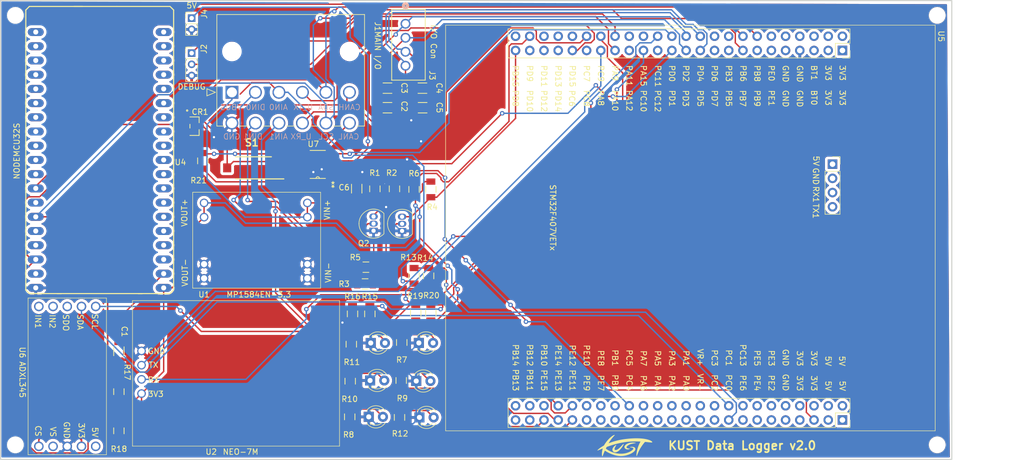
<source format=kicad_pcb>
(kicad_pcb (version 20240108) (generator "pcbnew") (generator_version "8.0")
  (layers (0 "F.Cu" signal) (31 "B.Cu" signal) (34 "B.Paste" user) (35 "F.Paste" user) (36 "B.SilkS" user "B.Silkscreen") (37 "F.SilkS" user "F.Silkscreen") (38 "B.Mask" user) (39 "F.Mask" user) (44 "Edge.Cuts" user))
  (net 0 "")
  (net 1 "GND")
  (net 2 "Net-(C1-Pad2)")
  (net 3 "/IO1")
  (net 4 "/IO2")
  (net 5 "/IO3")
  (net 6 "/IO4")
  (net 7 "Net-(D1-A)")
  (net 8 "Net-(D2-A)")
  (net 9 "Net-(D3-A)")
  (net 10 "Net-(D4-A)")
  (net 11 "Net-(D5-A)")
  (net 12 "Net-(D6-A)")
  (net 13 "VBUS")
  (net 14 "/DIN0")
  (net 15 "/AIN0")
  (net 16 "/LOG_UART_TX")
  (net 17 "/ESP_I2C_SDA")
  (net 18 "/CANH")
  (net 19 "/DIN1")
  (net 20 "/AIN1")
  (net 21 "/LOG_UART_RX")
  (net 22 "/ESP_I2C_SCL")
  (net 23 "/CANL")
  (net 24 "/DEBUG_UART_TX")
  (net 25 "/DEBUG_UART_RX")
  (net 26 "Net-(Q1-B)")
  (net 27 "/STM_DIN0")
  (net 28 "Net-(Q2-B)")
  (net 29 "/STM_DIN1")
  (net 30 "/VSENSE")
  (net 31 "/STM_AIN0")
  (net 32 "+3.3V")
  (net 33 "/LED_ERR")
  (net 34 "/LED_HEARTBEAT")
  (net 35 "/LED_SD")
  (net 36 "/LED_CAN")
  (net 37 "/LED_TELEMETRY")
  (net 38 "/STM_AIN1")
  (net 39 "/GPS_UART_TX")
  (net 40 "/GPS_UART_RX")
  (net 41 "/CTX")
  (net 42 "/CRX")
  (net 62 "/ESP_COMM")
  (net 93 "/ACC_I2C_SCL")
  (net 94 "/ACC_I2C_SDA")
  (net 100 "Net-(R21-Pad2)")
  (net 102 "/5V")
  (footprint "RC1206FR_0710KL:RC1206N_YAG" (layer "F.Cu") (at 110.6 99.6 90)
    (property "Reference" "R15")
    (property "Value" "470" (hide yes))
  )
  (footprint "LED_THT:LED_D3.0mm" (layer "F.Cu") (at 119.36 104.793)
    (property "Reference" "D1" (hide yes))
    (property "Value" "PWR" (hide yes))
  )
  (footprint "footprints:kust_logo" (layer "F.Cu") (at 156.14 124.0128)
    (property "Reference" "G***" (hide yes))
    (property "Value" "LOGO" (hide yes))
  )
  (footprint "SN65HVD1050DR:D8" (layer "F.Cu") (at 101.2862 72.885 180)
    (property "Reference" "U7")
    (property "Value" "SN65HVD1050DR" (hide yes))
  )
  (footprint "footprints:GPS_MODULE" (layer "F.Cu") (at 87.5 110)
    (property "Reference" "U2")
    (property "Value" "NEO-7M")
  )
  (footprint "Connector_PinHeader_2.00mm:PinHeader_1x03_P2.00mm_Vertical" (layer "F.Cu") (at 78.75 53)
    (property "Reference" "J2")
    (property "Value" "DEBUG")
  )
  (footprint "RC1206FR_0710KL:RC1206N_YAG" (layer "F.Cu") (at 80.75 72.25 -90)
    (property "Reference" "R21")
    (property "Value" "120k" (hide yes))
  )
  (footprint "RC1206FR_0710KL:RC1206N_YAG" (layer "F.Cu") (at 118.5 92.8 90)
    (property "Reference" "R13")
    (property "Value" "470" (hide yes))
  )
  (footprint "footprints:NODEMCU32S" (layer "F.Cu") (at 61.939 70.566 180)
    (property "Reference" "U4")
    (property "Value" "NODEMCU32S")
  )
  (footprint "RC1206FR_0710KL:RC1206N_YAG" (layer "F.Cu") (at 109.75 94.25 180)
    (property "Reference" "R3")
    (property "Value" "1k" (hide yes))
  )
  (footprint "LED_THT:LED_D3.0mm" (layer "F.Cu") (at 110.76 104.8)
    (property "Reference" "D5" (hide yes))
    (property "Value" "CAN" (hide yes))
  )
  (footprint "LED_THT:LED_D3.0mm" (layer "F.Cu") (at 110.637 111.5)
    (property "Reference" "D4" (hide yes))
    (property "Value" "SD" (hide yes))
  )
  (footprint "CL31B106KOHNNWE:CAP_CL31_SAM" (layer "F.Cu") (at 108.25 77.222199 -90)
    (property "Reference" "C6")
    (property "Value" "0.1uF" (hide yes))
  )
  (footprint "RC1206FR_0710KL:RC1206N_YAG" (layer "F.Cu") (at 118.5 77.353 90)
    (property "Reference" "R6")
    (property "Value" "1k" (hide yes))
  )
  (footprint "CL31B106KOHNNWE:CAP_CL31_SAM" (layer "F.Cu") (at 113.75 62.7528 180)
    (property "Reference" "C2")
    (property "Value" "1uF" (hide yes))
  )
  (footprint "RC1206FR_0710KL:RC1206N_YAG" (layer "F.Cu") (at 115 77.2528 -90)
    (property "Reference" "R2")
    (property "Value" "1.3k" (hide yes))
  )
  (footprint "RC1206FR_0710KL:RC1206N_YAG" (layer "F.Cu") (at 121.5 77.353 -90)
    (property "Reference" "R4")
    (property "Value" "1k" (hide yes))
  )
  (footprint "39301121:CON_39301121" (layer "F.Cu") (at 85.950003 60 180)
    (property "Reference" "J1")
    (property "Value" "MAIN I/O")
  )
  (footprint "footprints:MP1584EN_MODULE" (layer "F.Cu") (at 90.75 86.75)
    (property "Reference" "U1")
    (property "Value" "MP1584EN-3.3")
  )
  (footprint "RC1206FR_0710KL:RC1206N_YAG" (layer "F.Cu") (at 107 118 -90)
    (property "Reference" "R8")
    (property "Value" "220" (hide yes))
  )
  (footprint "B4B_XH_A:CONN_B4B-XH-A_JST" (layer "F.Cu") (at 116.970199 47.7528 -90)
    (property "Reference" "J3")
    (property "Value" "I/O Con")
  )
  (footprint "LED_THT:LED_D3.0mm" (layer "F.Cu") (at 118.889 111.596)
    (property "Reference" "D3" (hide yes))
    (property "Value" "HEARTBEAT" (hide yes))
  )
  (footprint "ESDA6V1LY:SOT23-3L_STM" (layer "F.Cu") (at 79.266 66.049999 -90)
    (property "Reference" "CR1")
    (property "Value" "CDSOT23-T24CAN" (hide yes))
  )
  (footprint "CL31B106KOHNNWE:CAP_CL31_SAM" (layer "F.Cu") (at 120 59.2528 180)
    (property "Reference" "C4")
    (property "Value" "1uF" (hide yes))
  )
  (footprint "RC1206FR_0710KL:RC1206N_YAG" (layer "F.Cu") (at 107.288 105.017 -90)
    (property "Reference" "R11")
    (property "Value" "220" (hide yes))
  )
  (footprint "CL31B106KOHNNWE:CAP_CL31_SAM" (layer "F.Cu") (at 113.75 59.2528 180)
    (property "Reference" "C3")
    (property "Value" "1uF" (hide yes))
  )
  (footprint "CL31B106KOHNNWE:CAP_CL31_SAM" (layer "F.Cu") (at 65.75 106.277801 90)
    (property "Reference" "C1")
    (property "Value" "10uF" (hide yes))
  )
  (footprint "RC1206FR_0710KL:RC1206N_YAG" (layer "F.Cu") (at 116.299 104.713 -90)
    (property "Reference" "R7")
    (property "Value" "220" (hide yes))
  )
  (footprint "RC1206FR_0710KL:RC1206N_YAG" (layer "F.Cu") (at 109.897 91.25 180)
    (property "Reference" "R5")
    (property "Value" "1k" (hide yes))
  )
  (footprint "RC1206FR_0710KL:RC1206N_YAG" (layer "F.Cu") (at 107.5 99.6 -90)
    (property "Reference" "R16")
    (property "Value" "910" (hide yes))
  )
  (footprint "RC1206FR_0710KL:RC1206N_YAG" (layer "F.Cu") (at 116.2 111.5 -90)
    (property "Reference" "R9")
    (property "Value" "220" (hide yes))
  )
  (footprint "RC1206FR_0710KL:RC1206N_YAG" (layer "F.Cu") (at 65.75 113.5 90)
    (property "Reference" "R17")
    (property "Value" "2.7k" (hide yes))
  )
  (footprint "RC1206FR_0710KL:RC1206N_YAG" (layer "F.Cu") (at 118.8 99.4 -90)
    (property "Reference" "R19")
    (property "Value" "2.7K" (hide yes))
  )
  (footprint "RC1206FR_0710KL:RC1206N_YAG" (layer "F.Cu") (at 65.75 120.5 -90)
    (property "Reference" "R18")
    (property "Value" "2.7k" (hide yes))
  )
  (footprint "LED_THT:LED_D3.0mm" (layer "F.Cu") (at 119.46 118.1)
    (property "Reference" "D6" (hide yes))
    (property "Value" "TELEMETRY" (hide yes))
  )
  (footprint "Package_TO_SOT_THT:TO-92_Inline" (layer "F.Cu") (at 116.36 84.77 90)
    (property "Reference" "Q1" (hide yes))
    (property "Value" "2N3904" (hide yes))
  )
  (footprint "Connector_PinHeader_2.00mm:PinHeader_1x02_P2.00mm_Vertical" (layer "F.Cu") (at 78.75 46.75)
    (property "Reference" "J4")
    (property "Value" "5V")
  )
  (footprint "RC1206FR_0710KL:RC1206N_YAG" (layer "F.Cu") (at 121.1 92.8 -90)
    (property "Reference" "R14")
    (property "Value" "910" (hide yes))
  )
  (footprint "LIB_CFS-0102MB:SOD10040X470N" (layer "F.Cu") (at 89.8 73.5 180)
    (property "Reference" "S1")
    (property "Value" "CFS-0102MB" (hide yes))
  )
  (footprint "footprints:STM32F407_HOLDER" (layer "F.Cu") (at 167.5 83 -90)
    (property "Reference" "U5")
    (property "Value" "STM32F407VETx")
  )
  (footprint "RC1206FR_0710KL:RC1206N_YAG" (layer "F.Cu") (at 111.5 77.2528 90)
    (property "Reference" "R1")
    (property "Value" "9.1k" (hide yes))
  )
  (footprint "RC1206FR_0710KL:RC1206N_YAG" (layer "F.Cu") (at 107.086 111.627 -90)
    (property "Reference" "R10")
    (property "Value" "220" (hide yes))
  )
  (footprint "RC1206FR_0710KL:RC1206N_YAG" (layer "F.Cu") (at 115.9 118.097 -90)
    (property "Reference" "R12")
    (property "Value" "220" (hide yes))
  )
  (footprint "LED_THT:LED_D3.0mm" (layer "F.Cu") (at 110.4 118)
    (property "Reference" "D2" (hide yes))
    (property "Value" "ERR" (hide yes))
  )
  (footprint "CL31B106KOHNNWE:CAP_CL31_SAM" (layer "F.Cu") (at 120.027801 62.7528 180)
    (property "Reference" "C5")
    (property "Value" "1uF")
  )
  (footprint "RC1206FR_0710KL:RC1206N_YAG" (layer "F.Cu") (at 121.5 99.4 -90)
    (property "Reference" "R20")
    (property "Value" "2.7K" (hide yes))
  )
  (footprint "Package_TO_SOT_THT:TO-92_Inline" (layer "F.Cu") (at 111.26 84.74 90)
    (property "Reference" "Q2")
    (property "Value" "2N3904" (hide yes))
  )
  (footprint "footprints:ADXL345_MODULE" (layer "F.Cu") (at 56 111.25 -90)
    (property "Reference" "U6")
    (property "Value" "ADXL345")
  )
  (gr_circle (center 47.25 123.0028) (end 48.75 123.0028) (stroke (width 0.05)) (fill none) (layer "Edge.Cuts"))
  (gr_rect (start 44.6 43.6028) (end 214.6 125.6028) (stroke (width 0.2)) (fill none) (layer "Edge.Cuts"))
  (gr_circle (center 212 123.0028) (end 213.5 123.0028) (stroke (width 0.05)) (fill none) (layer "Edge.Cuts"))
  (gr_circle (center 212 46.2528) (end 213.5 46.2528) (stroke (width 0.05)) (fill none) (layer "Edge.Cuts"))
  (gr_circle (center 47.25 46.2528) (end 48.75 46.2528) (stroke (width 0.05)) (fill none) (layer "Edge.Cuts"))
  (gr_text "U_TX" (at 100.5 63.2528 0) (layer "B.SilkS") (effects (font (size 1 1) (thickness 0.1)) (justify left bottom mirror)))
  (gr_text "U_RX\n" (at 100.25 68.5028 0) (layer "B.SilkS") (effects (font (size 1 1) (thickness 0.1)) (justify left bottom mirror)))
  (gr_text "CANH" (at 109 63.2528 0) (layer "B.SilkS") (effects (font (size 1 1) (thickness 0.1)) (justify left bottom mirror)))
  (gr_text "AIN0" (at 96 63.2528 0) (layer "B.SilkS") (effects (font (size 1 1) (thickness 0.1)) (justify left bottom mirror)))
  (gr_text "SCL" (at 104.25 68.5028 0) (layer "B.SilkS") (effects (font (size 1 1) (thickness 0.1)) (justify left bottom mirror)))
  (gr_text "VBUS" (at 87.75 63.2528 0) (layer "B.SilkS") (effects (font (size 1 1) (thickness 0.1)) (justify left bottom mirror)))
  (gr_text "GND" (at 87.5 68.5028 0) (layer "B.SilkS") (effects (font (size 1 1) (thickness 0.1)) (justify left bottom mirror)))
  (gr_text "CANL" (at 108.75 68.5028 0) (layer "B.SilkS") (effects (font (size 1 1) (thickness 0.1)) (justify left bottom mirror)))
  (gr_text "SDA" (at 104.25 63.2528 0) (layer "B.SilkS") (effects (font (size 1 1) (thickness 0.1)) (justify left bottom mirror)))
  (gr_text "DIN1" (at 91.5 68.5028 0) (layer "B.SilkS") (effects (font (size 1 1) (thickness 0.1)) (justify left bottom mirror)))
  (gr_text "AIN1" (at 96 68.5028 0) (layer "B.SilkS") (effects (font (size 1 1) (thickness 0.1)) (justify left bottom mirror)))
  (gr_text "DIN0" (at 92 63.2528 0) (layer "B.SilkS") (effects (font (size 1 1) (thickness 0.1)) (justify left bottom mirror)))
  (gr_text "KUST Data Logger v2.0" (at 163.76 124.0128 0) (layer "F.SilkS") (effects (font (size 1.5 1.5) (thickness 0.3) (bold yes)) (justify left bottom)))
  (segment (start 187.5 55.2528) (end 187.439 55.1918) (width 0.25) (layer "F.Cu") (net 1))
  (segment (start 113.5 80.1498) (end 115 78.6498) (width 0.25) (layer "F.Cu") (net 1))
  (segment (start 103.5172 73.7528) (end 103.75 73.52) (width 0.25) (layer "F.Cu") (net 1))
  (segment (start 122.025801 69.7834) (end 122.025801 70.8334) (width 0.25) (layer "F.Cu") (net 1))
  (segment (start 102 73.7528) (end 103.5172 73.7528) (width 0.25) (layer "F.Cu") (net 1))
  (segment (start 107.3412 101.1558) (end 107.5 100.997) (width 0.25) (layer "F.Cu") (net 1))
  (segment (start 108.25 75.694398) (end 108.25 75.2528) (width 0.25) (layer "F.Cu") (net 1))
  (segment (start 121.1 94.197) (end 120.2162 95.0808) (width 0.25) (layer "F.Cu") (net 1))
  (segment (start 115 78.6498) (end 114.683522 78.6498) (width 0.25) (layer "F.Cu") (net 1))
  (segment (start 99.9628 74.79) (end 100.5 74.2528) (width 0.25) (layer "F.Cu") (net 1))
  (segment (start 105.7 101.1558) (end 107.3412 101.1558) (width 0.25) (layer "F.Cu") (net 1))
  (segment (start 115.328 95.0808) (end 114.75 94.5028) (width 0.25) (layer "F.Cu") (net 1))
  (segment (start 122.025801 70.8334) (end 120.856401 72.0028) (width 0.25) (layer "F.Cu") (net 1))
  (segment (start 113.25 77.0028) (end 113.25 76.5808) (width 0.25) (layer "F.Cu") (net 1))
  (segment (start 80.774693 66.049999) (end 82.738747 68.014053) (width 0.25) (layer "F.Cu") (net 1))
  (segment (start 113.5 80.5028) (end 113.5 80.1498) (width 0.25) (layer "F.Cu") (net 1))
  (segment (start 103.75 73.52) (end 104.4612 73.52) (width 0.25) (layer "F.Cu") (net 1))
  (segment (start 102 74.96) (end 102.734398 75.694398) (width 0.25) (layer "F.Cu") (net 1))
  (segment (start 113.25 77.216278) (end 113.25 77.0028) (width 0.25) (layer "F.Cu") (net 1))
  (segment (start 113.25 76.5808) (end 113.25 76.3308) (width 0.25) (layer "F.Cu") (net 1))
  (segment (start 80.282 66.049999) (end 80.774693 66.049999) (width 0.25) (layer "F.Cu") (net 1))
  (segment (start 98.8224 74.79) (end 99.9628 74.79) (width 0.25) (layer "F.Cu") (net 1))
  (segment (start 187.439 52.52) (end 187.439 55.1918) (width 0.25) (layer "F.Cu") (net 1))
  (segment (start 120.856401 72.0028) (end 117.25 72.0028) (width 0.25) (layer "F.Cu") (net 1))
  (segment (start 114.683522 78.6498) (end 113.25 77.216278) (width 0.25) (layer "F.Cu") (net 1))
  (segment (start 108.25 75.2528) (end 109.25 74.2528) (width 0.25) (layer "F.Cu") (net 1))
  (segment (start 102.734398 75.694398) (end 108.25 75.694398) (width 0.25) (layer "F.Cu") (net 1))
  (segment (start 121.1 94.197) (end 121.497 94.197) (width 0.25) (layer "F.Cu") (net 1))
  (segment (start 120.2162 95.0808) (end 115.328 95.0808) (width 0.25) (layer "F.Cu") (net 1))
  (segment (start 102 73.7528) (end 102 74.96) (width 0.25) (layer "F.Cu") (net 1))
  (via (at 105.7 101.1558) (size 0.8) (drill 0.4) (layers "F.Cu" "B.Cu") (net 1))
  (via (at 113.5 80.5028) (size 0.8) (drill 0.4) (layers "F.Cu" "B.Cu") (net 1))
  (via (at 109.25 74.2528) (size 0.8) (drill 0.4) (layers "F.Cu" "B.Cu") (net 1))
  (via (at 100.5 74.2528) (size 0.8) (drill 0.4) (layers "F.Cu" "B.Cu") (net 1))
  (via micro (at 113.25 76.3308) (size 0.3) (drill 0.1) (layers "F.Cu" "B.Cu") (net 1))
  (via (at 117.25 72.0028) (size 0.8) (drill 0.4) (layers "F.Cu" "B.Cu") (net 1))
  (via (at 82.738747 68.014053) (size 0.8) (drill 0.4) (layers "F.Cu" "B.Cu") (net 1))
  (via (at 119.75 68.7528) (size 0.8) (drill 0.4) (layers "F.Cu" "B.Cu") (net 1))
  (via (at 118 65.0028) (size 0.8) (drill 0.4) (layers "F.Cu" "B.Cu") (net 1))
  (via (at 102 73.7528) (size 0.8) (drill 0.4) (layers "F.Cu" "B.Cu") (net 1))
  (segment (start 111.985 106.025) (end 110.76 104.8) (width 0.25) (layer "B.Cu") (net 1))
  (segment (start 102 74.0028) (end 102 73.7528) (width 0.25) (layer "B.Cu") (net 1))
  (segment (start 118.889 117.529) (end 119.46 118.1) (width 0.25) (layer "B.Cu") (net 1))
  (segment (start 100.5 74.2528) (end 101.75 74.2528) (width 0.25) (layer "B.Cu") (net 1))
  (segment (start 85 68.0028) (end 85.950003 67.052797) (width 0.25) (layer "B.Cu") (net 1))
  (segment (start 118 65.2528) (end 118 67.0028) (width 0.25) (layer "B.Cu") (net 1))
  (segment (start 118.889 111.596) (end 118.889 117.529) (width 0.25) (layer "B.Cu") (net 1))
  (segment (start 110.76 104.8) (end 110.76 111.377) (width 0.25) (layer "B.Cu") (net 1))
  (segment (start 110.637 117.763) (end 110.4 118) (width 0.25) (layer "B.Cu") (net 1))
  (segment (start 110.637 111.5) (end 110.637 117.763) (width 0.25) (layer "B.Cu") (net 1))
  (segment (start 118.335 119.225) (end 111.625 119.225) (width 0.25) (layer "B.Cu") (net 1))
  (segment (start 82.738747 68.014053) (end 82.75 68.0028) (width 0.25) (layer "B.Cu") (net 1))
  (segment (start 118 67.0028) (end 119.75 68.7528) (width 0.25) (layer "B.Cu") (net 1))
  (segment (start 119.36 104.793) (end 118.128 106.025) (width 0.25) (layer "B.Cu") (net 1))
  (segment (start 110 75.7528) (end 110 75.0028) (width 0.25) (layer "B.Cu") (net 1))
  (segment (start 116.135 84.77) (end 113.5 82.135) (width 0.25) (layer "B.Cu") (net 1))
  (segment (start 109.3 104.8) (end 105.7 101.2) (width 0.25) (layer "B.Cu") (net 1))
  (segment (start 116.36 84.77) (end 116.135 84.77) (width 0.25) (layer "B.Cu") (net 1))
  (segment (start 118.128 106.025) (end 111.985 106.025) (width 0.25) (layer "B.Cu") (net 1))
  (segment (start 111.625 119.225) (end 110.4 118) (width 0.25) (layer "B.Cu") (net 1))
  (segment (start 119.36 104.793) (end 119.36 111.125) (width 0.25) (layer "B.Cu") (net 1))
  (segment (start 113.25 76.0028) (end 113.25 76.3308) (width 0.25) (layer "B.Cu") (net 1))
  (segment (start 119.46 118.1) (end 118.335 119.225) (width 0.25) (layer "B.Cu") (net 1))
  (segment (start 113.25 76.3308) (end 110.578 76.3308) (width 0.25) (layer "B.Cu") (net 1))
  (segment (start 82.75 68.0028) (end 85 68.0028) (width 0.25) (layer "B.Cu") (net 1))
  (segment (start 117.25 72.0028) (end 113.25 76.0028) (width 0.25) (layer "B.Cu") (net 1))
  (segment (start 116.33 84.74) (end 116.36 84.77) (width 0.25) (layer "B.Cu") (net 1))
  (segment (start 101.75 74.2528) (end 102 74.0028) (width 0.25) (layer "B.Cu") (net 1))
  (segment (start 105.7 101.2) (end 105.7 101.1558) (width 0.25) (layer "B.Cu") (net 1))
  (segment (start 111.862 110.275) (end 117.568 110.275) (width 0.25) (layer "B.Cu") (net 1))
  (segment (start 110.76 111.377) (end 110.637 111.5) (width 0.25) (layer "B.Cu") (net 1))
  (segment (start 110 75.0028) (end 109.25 74.2528) (width 0.25) (layer "B.Cu") (net 1))
  (segment (start 110.76 104.8) (end 109.3 104.8) (width 0.25) (layer "B.Cu") (net 1))
  (segment (start 117.568 110.275) (end 118.889 111.596) (width 0.25) (layer "B.Cu") (net 1))
  (segment (start 118 65.0028) (end 118 65.2528) (width 0.25) (layer "B.Cu") (net 1))
  (segment (start 119.36 111.125) (end 118.889 111.596) (width 0.25) (layer "B.Cu") (net 1))
  (segment (start 110.637 111.5) (end 111.862 110.275) (width 0.25) (layer "B.Cu") (net 1))
  (segment (start 111.26 84.74) (end 116.33 84.74) (width 0.25) (layer "B.Cu") (net 1))
  (segment (start 110.578 76.3308) (end 110 75.7528) (width 0.25) (layer "B.Cu") (net 1))
  (segment (start 113.5 82.135) (end 113.5 80.5028) (width 0.25) (layer "B.Cu") (net 1))
  (segment (start 85.950003 67.052797) (end 85.950003 65.499999) (width 0.25) (layer "B.Cu") (net 1))
  (segment (start 65.75 100.41) (end 73.75 92.41) (width 0.25) (layer "F.Cu") (net 2))
  (segment (start 65.75 104.75) (end 65.75 100.41) (width 0.25) (layer "F.Cu") (net 2))
  (segment (start 115.235099 49.6791) (end 115.0737 49.6791) (width 0.25) (layer "F.Cu") (net 3))
  (segment (start 111.25 53.5028) (end 111.25 62.0028) (width 0.25) (layer "F.Cu") (net 3))
  (segment (start 111.25 62.0028) (end 112 62.7528) (width 0.25) (layer "F.Cu") (net 3))
  (segment (start 112 62.7528) (end 112.222199 62.7528) (width 0.25) (layer "F.Cu") (net 3))
  (segment (start 115.0737 49.6791) (end 111.25 53.5028) (width 0.25) (layer "F.Cu") (net 3))
  (via (at 115.235099 49.6791) (size 0.8) (drill 0.4) (layers "F.Cu" "B.Cu") (net 3))
  (segment (start 167.119 49.369) (end 167.119 49.98) (width 0.25) (layer "B.Cu") (net 3))
  (segment (start 118.220199 46.5028) (end 164.2528 46.5028) (width 0.25) (layer "B.Cu") (net 3))
  (segment (start 116.970199 47.7528) (end 118.220199 46.5028) (width 0.25) (layer "B.Cu") (net 3))
  (segment (start 115.235099 49.4879) (end 116.970199 47.7528) (width 0.25) (layer "B.Cu") (net 3))
  (segment (start 164.2528 46.5028) (end 167.119 49.369) (width 0.25) (layer "B.Cu") (net 3))
  (segment (start 115.235099 49.6791) (end 115.235099 49.4879) (width 0.25) (layer "B.Cu") (net 3))
  (segment (start 116.970199 50.2528) (end 112.222199 55.0008) (width 0.25) (layer "F.Cu") (net 4))
  (segment (start 112.222199 55.0008) (end 112.222199 59.2528) (width 0.25) (layer "F.Cu") (net 4))
  (segment (start 165.944 51.345) (end 167.119 52.52) (width 0.25) (layer "B.Cu") (net 4))
  (segment (start 123.5 47.0028) (end 163.263501 47.0028) (width 0.25) (layer "B.Cu") (net 4))
  (segment (start 116.970199 50.2528) (end 120.25 50.2528) (width 0.25) (layer "B.Cu") (net 4))
  (segment (start 120.25 50.2528) (end 123.5 47.0028) (width 0.25) (layer "B.Cu") (net 4))
  (segment (start 165.944 49.683299) (end 165.944 51.345) (width 0.25) (layer "B.Cu") (net 4))
  (segment (start 163.263501 47.0028) (end 165.944 49.683299) (width 0.25) (layer "B.Cu") (net 4))
  (segment (start 117.003599 49.7528) (end 116.970199 49.7862) (width 0.25) (layer "B.Cu") (net 4))
  (segment (start 170.02 49.98) (end 170.2 49.8) (width 0.25) (layer "F.Cu") (net 5))
  (segment (start 169.659 49.98) (end 170.02 49.98) (width 0.25) (layer "F.Cu") (net 5))
  (segment (start 120 55.316001) (end 120 57.277621) (width 0.25) (layer "F.Cu") (net 5))
  (segment (start 116.970199 52.2862) (end 120 55.316001) (width 0.25) (layer "F.Cu") (net 5))
  (segment (start 120 57.277621) (end 118.472199 58.805422) (width 0.25) (layer "F.Cu") (net 5))
  (segment (start 118.472199 58.805422) (end 118.472199 59.2528) (width 0.25) (layer "F.Cu") (net 5))
  (segment (start 168 48.321) (end 166.821 48.321) (width 0.25) (layer "B.Cu") (net 5))
  (segment (start 169.659 49.98) (end 168 48.321) (width 0.25) (layer "B.Cu") (net 5))
  (segment (start 114.75 45.7528) (end 114 46.5028) (width 0.25) (layer "B.Cu") (net 5))
  (segment (start 114 46.5028) (end 114 50.7528) (width 0.25) (layer "B.Cu") (net 5))
  (segment (start 114 50.7528) (end 115.5334 52.2862) (width 0.25) (layer "B.Cu") (net 5))
  (segment (start 115.5334 52.2862) (end 116.970199 52.2862) (width 0.25) (layer "B.Cu") (net 5))
  (segment (start 164.2528 45.7528) (end 114.75 45.7528) (width 0.25) (layer "B.Cu") (net 5))
  (segment (start 166.821 48.321) (end 164.2528 45.7528) (width 0.25) (layer "B.Cu") (net 5))
  (segment (start 116.970199 55.2528) (end 116.970199 61.222999) (width 0.25) (layer "F.Cu") (net 6))
  (segment (start 116.970199 61.222999) (end 118.5 62.7528) (width 0.25) (layer "F.Cu") (net 6))
  (segment (start 170.834 51.345) (end 169.659 52.52) (width 0.25) (layer "B.Cu") (net 6))
  (segment (start 113.5 51.316001) (end 113.5 46.2528) (width 0.25) (layer "B.Cu") (net 6))
  (segment (start 164.5028 45.2528) (end 167.121 47.871) (width 0.25) (layer "B.Cu") (net 6))
  (segment (start 169.305 48.805) (end 170.145701 48.805) (width 0.25) (layer "B.Cu") (net 6))
  (segment (start 114.5 45.2528) (end 164.5028 45.2528) (width 0.25) (layer "B.Cu") (net 6))
  (segment (start 168.371 47.871) (end 169.305 48.805) (width 0.25) (layer "B.Cu") (net 6))
  (segment (start 116.970199 54.7862) (end 113.5 51.316001) (width 0.25) (layer "B.Cu") (net 6))
  (segment (start 113.5 46.2528) (end 114.5 45.2528) (width 0.25) (layer "B.Cu") (net 6))
  (segment (start 170.145701 48.805) (end 170.834 49.493299) (width 0.25) (layer "B.Cu") (net 6))
  (segment (start 170.834 49.493299) (end 170.834 51.345) (width 0.25) (layer "B.Cu") (net 6))
  (segment (start 167.121 47.871) (end 168.371 47.871) (width 0.25) (layer "B.Cu") (net 6))
  (segment (start 121.4 103.3) (end 121.384 103.316) (width 0.25) (layer "F.Cu") (net 7))
  (segment (start 121.9 103.8) (end 121.4 103.3) (width 0.25) (layer "F.Cu") (net 7))
  (segment (start 121.9 104.793) (end 121.9 103.8) (width 0.25) (layer "F.Cu") (net 7))
  (segment (start 121.384 103.316) (end 116.299 103.316) (width 0.25) (layer "F.Cu") (net 7))
  (segment (start 112.94 118) (end 111.543 116.603) (width 0.25) (layer "F.Cu") (net 8))
  (segment (start 111.543 116.603) (end 107.86 116.603) (width 0.25) (layer "F.Cu") (net 8))
  (segment (start 121.3 111.6) (end 119.807 110.107) (width 0.25) (layer "F.Cu") (net 9))
  (segment (start 119.807 110.107) (end 116.071 110.107) (width 0.25) (layer "F.Cu") (net 9))
  (segment (start 113 111.5) (end 112.879 111.379) (width 0.25) (layer "F.Cu") (net 10))
  (segment (start 113.177 111.5) (end 111.907 110.23) (width 0.25) (layer "F.Cu") (net 10))
  (segment (start 111.907 110.23) (end 107.086 110.23) (width 0.25) (layer "F.Cu") (net 10))
  (segment (start 113 111.5) (end 113.177 111.5) (width 0.25) (layer "F.Cu") (net 10))
  (segment (start 113.171 104.302) (end 112.069 103.2) (width 0.25) (layer "F.Cu") (net 11))
  (segment (start 112.069 103.2) (end 111.069896 103.2) (width 0.25) (layer "F.Cu") (net 11))
  (segment (start 111.069896 103.2) (end 111.056096 103.1862) (width 0.25) (layer "F.Cu") (net 11))
  (segment (start 111.056096 103.1862) (end 107.5968 103.1862) (width 0.25) (layer "F.Cu") (net 11))
  (segment (start 113.171 104.992) (end 113.206 105.027) (width 0.25) (layer "F.Cu") (net 11))
  (segment (start 107.5968 103.1862) (end 107.159 103.624) (width 0.25) (layer "F.Cu") (net 11))
  (segment (start 120.775 116.875) (end 116.075 116.875) (width 0.25) (layer "F.Cu") (net 12))
  (segment (start 116.075 116.875) (end 115.9 116.7) (width 0.25) (layer "F.Cu") (net 12))
  (segment (start 115.9 116.7) (end 115.888 116.712) (width 0.25) (layer "F.Cu") (net 12))
  (segment (start 122 118.1) (end 120.775 116.875) (width 0.25) (layer "F.Cu") (net 12))
  (segment (start 115.888 116.712) (end 115.888 117.087) (width 0.25) (layer "F.Cu") (net 12))
  (segment (start 110.397 79.7528) (end 107.25 79.7528) (width 0.25) (layer "F.Cu") (net 13))
  (segment (start 107.25 79.7528) (end 107.2378 79.765) (width 0.25) (layer "F.Cu") (net 13))
  (segment (start 107.2378 79.765) (end 99.431 79.765) (width 0.25) (layer "F.Cu") (net 13))
  (segment (start 111.5 78.6498) (end 110.397 79.7528) (width 0.25) (layer "F.Cu") (net 13))
  (segment (start 99.431 79.765) (end 99.431 82.305) (width 0.25) (layer "F.Cu") (net 13))
  (segment (start 85.950003 61.302797) (end 81.5 65.7528) (width 0.25) (layer "B.Cu") (net 13))
  (segment (start 81.5 65.7528) (end 81.5 75.525305) (width 0.25) (layer "B.Cu") (net 13))
  (segment (start 85.950003 60) (end 85.950003 61.302797) (width 0.25) (layer "B.Cu") (net 13))
  (segment (start 88.279695 82.305) (end 99.431 82.305) (width 0.25) (layer "B.Cu") (net 13))
  (segment (start 81.5 75.525305) (end 88.279695 82.305) (width 0.25) (layer "B.Cu") (net 13))
  (segment (start 107.75 94.25) (end 94 80.5) (width 0.25) (layer "F.Cu") (net 14))
  (segment (start 108.353 94.25) (end 107.75 94.25) (width 0.25) (layer "F.Cu") (net 14))
  (segment (start 94 80.5) (end 87.5 80.5) (width 0.25) (layer "F.Cu") (net 14))
  (segment (start 87.5 80.5) (end 86.25 79.25) (width 0.25) (layer "F.Cu") (net 14))
  (via (at 86.25 79.25) (size 0.8) (drill 0.4) (layers "F.Cu" "B.Cu") (net 14))
  (segment (start 87.425003 62.724999) (end 90.150002 60) (width 0.25) (layer "B.Cu") (net 14))
  (segment (start 87.425003 78.074997) (end 87.425003 62.724999) (width 0.25) (layer "B.Cu") (net 14))
  (segment (start 86.25 79.25) (end 87.425003 78.074997) (width 0.25) (layer "B.Cu") (net 14))
  (segment (start 89.5 58.25) (end 92.600001 58.25) (width 0.25) (layer "F.Cu") (net 15))
  (segment (start 87.425003 60.324997) (end 89.5 58.25) (width 0.25) (layer "F.Cu") (net 15))
  (segment (start 92.600001 58.25) (end 94.350001 60) (width 0.25) (layer "F.Cu") (net 15))
  (segment (start 118.053 93.75) (end 118.5 94.197) (width 0.25) (layer "F.Cu") (net 15))
  (segment (start 116.5 93.75) (end 118.053 93.75) (width 0.25) (layer "F.Cu") (net 15))
  (segment (start 94.543698 59.472199) (end 94.754 59.682501) (width 0.25) (layer "F.Cu") (net 15))
  (segment (start 94.922202 59.472199) (end 95.200003 59.75) (width 0.25) (layer "F.Cu") (net 15))
  (via (at 116.5 93.75) (size 0.8) (drill 0.4) (layers "F.Cu" "B.Cu") (net 15))
  (segment (start 100.5 64.523654) (end 100.5 65.5028) (width 0.25) (layer "B.Cu") (net 15))
  (segment (start 95.976346 60) (end 100.5 64.523654) (width 0.25) (layer "B.Cu") (net 15))
  (segment (start 107.300305 71.725) (end 107.772505 71.2528) (width 0.25) (layer "B.Cu") (net 15))
  (segment (start 100.5 65.5028) (end 105.75 70.7528) (width 0.25) (layer "B.Cu") (net 15))
  (segment (start 116.25 93.5) (end 116.5 93.75) (width 0.25) (layer "B.Cu") (net 15))
  (segment (start 94.350001 60) (end 95.976346 60) (width 0.25) (layer "B.Cu") (net 15))
  (segment (start 105.75 70.7528) (end 105.75 71.5028) (width 0.25) (layer "B.Cu") (net 15))
  (segment (start 120.25 73.2528) (end 120.25 87.5) (width 0.25) (layer "B.Cu") (net 15))
  (segment (start 107.772505 71.2528) (end 118.25 71.2528) (width 0.25) (layer "B.Cu") (net 15))
  (segment (start 118.25 71.2528) (end 120.25 73.2528) (width 0.25) (layer "B.Cu") (net 15))
  (segment (start 116.25 91.5) (end 116.25 93.5) (width 0.25) (layer "B.Cu") (net 15))
  (segment (start 120.25 87.5) (end 116.25 91.5) (width 0.25) (layer "B.Cu") (net 15))
  (segment (start 105.9722 71.725) (end 107.300305 71.725) (width 0.25) (layer "B.Cu") (net 15))
  (segment (start 105.75 71.5028) (end 105.9722 71.725) (width 0.25) (layer "B.Cu") (net 15))
  (segment (start 117.921894 48.5) (end 117.467794 48.9541) (width 0.25) (layer "F.Cu") (net 16))
  (segment (start 149.25 48) (end 132 48) (width 0.25) (layer "F.Cu") (net 16))
  (segment (start 150.095 51.155) (end 150.704 50.546) (width 0.25) (layer "F.Cu") (net 16))
  (segment (start 104.75 61) (end 104.25 61.5) (width 0.25) (layer "F.Cu") (net 16))
  (segment (start 113.0473 48.9541) (end 108.824961 53.176439) (width 0.25) (layer "F.Cu") (net 16))
  (segment (start 108.824961 53.476649) (end 104.75 57.55161) (width 0.25) (layer "F.Cu") (net 16))
  (segment (start 150.704 50.546) (end 150.704 49.454) (width 0.25) (layer "F.Cu") (net 16))
  (segment (start 117.467794 48.9541) (end 113.0473 48.9541) (width 0.25) (layer "F.Cu") (net 16))
  (segment (start 131.5 48.5) (end 117.921894 48.5) (width 0.25) (layer "F.Cu") (net 16))
  (segment (start 149.042299 51.155) (end 150.095 51.155) (width 0.25) (layer "F.Cu") (net 16))
  (segment (start 146.799 52.52) (end 147.677299 52.52) (width 0.25) (layer "F.Cu") (net 16))
  (segment (start 104.75 57.55161) (end 104.75 61) (width 0.25) (layer "F.Cu") (net 16))
  (segment (start 104.25 61.5) (end 100.050001 61.5) (width 0.25) (layer "F.Cu") (net 16))
  (segment (start 108.824961 53.176439) (end 108.824961 53.476649) (width 0.25) (layer "F.Cu") (net 16))
  (segment (start 132 48) (end 131.5 48.5) (width 0.25) (layer "F.Cu") (net 16))
  (segment (start 147.677299 52.52) (end 149.042299 51.155) (width 0.25) (layer "F.Cu") (net 16))
  (segment (start 100.050001 61.5) (end 98.550001 60) (width 0.25) (layer "F.Cu") (net 16))
  (segment (start 150.704 49.454) (end 149.25 48) (width 0.25) (layer "F.Cu") (net 16))
  (segment (start 49.25 122.740701) (end 49.25 122.240701) (width 0.25) (layer "F.Cu") (net 17))
  (segment (start 49.25 122.240701) (end 48.75 121.740701) (width 0.25) (layer "F.Cu") (net 17))
  (segment (start 175.914 49.493299) (end 172.670701 46.25) (width 0.25) (layer "F.Cu") (net 17))
  (segment (start 100.5 57.75) (end 84.010198 57.75) (width 0.25) (layer "F.Cu") (net 17))
  (segment (start 48 80.25) (end 48 87.75) (width 0.25) (layer "F.Cu") (net 17))
  (segment (start 63.553 120.7501) (end 61.2499 120.7501) (width 0.25) (layer "F.Cu") (net 17))
  (segment (start 84.010198 57.75) (end 76.010198 65.75) (width 0.25) (layer "F.Cu") (net 17))
  (segment (start 50.956299 124.447) (end 49.25 122.740701) (width 0.25) (layer "F.Cu") (net 17))
  (segment (start 177.279 52.52) (end 175.914 51.155) (width 0.25) (layer "F.Cu") (net 17))
  (segment (start 60.238 123.758701) (end 59.549701 124.447) (width 0.25) (layer "F.Cu") (net 17))
  (segment (start 155.563604 46.813604) (end 154.0028 45.2528) (width 0.25) (layer "F.Cu") (net 17))
  (segment (start 51.5762 78.6738) (end 49.5762 78.6738) (width 0.25) (layer "F.Cu") (net 17))
  (segment (start 59.549701 124.447) (end 50.956299 124.447) (width 0.25) (layer "F.Cu") (net 17))
  (segment (start 76.010198 65.75) (end 64.5 65.75) (width 0.25) (layer "F.Cu") (net 17))
  (segment (start 175.914 51.155) (end 175.914 49.493299) (width 0.25) (layer "F.Cu") (net 17))
  (segment (start 48.75 92.01) (end 50.89 89.87) (width 0.25) (layer "F.Cu") (net 17))
  (segment (start 170 46.25) (end 169.436396 46.813604) (width 0.25) (layer "F.Cu") (net 17))
  (segment (start 172.670701 46.25) (end 170 46.25) (width 0.25) (layer "F.Cu") (net 17))
  (segment (start 154.0028 45.2528) (end 108.4972 45.2528) (width 0.25) (layer "F.Cu") (net 17))
  (segment (start 65.75 121.897) (end 64.6999 121.897) (width 0.25) (layer "F.Cu") (net 17))
  (segment (start 48 87.75) (end 50.12 89.87) (width 0.25) (layer "F.Cu") (net 17))
  (segment (start 107 46.75) (end 101.75 46.75) (width 0.25) (layer "F.Cu") (net 17))
  (segment (start 64.6999 121.897) (end 63.553 120.7501) (width 0.25) (layer "F.Cu") (net 17))
  (segment (start 169.436396 46.813604) (end 155.563604 46.813604) (width 0.25) (layer "F.Cu") (net 17))
  (segment (start 61.2499 120.7501) (end 60.238 121.762) (width 0.25) (layer "F.Cu") (net 17))
  (segment (start 48.75 121.740701) (end 48.75 92.01) (width 0.25) (layer "F.Cu") (net 17))
  (segment (start 64.5 65.75) (end 51.5762 78.6738) (width 0.25) (layer "F.Cu") (net 17))
  (segment (start 49.5762 78.6738) (end 48 80.25) (width 0.25) (layer "F.Cu") (net 17))
  (segment (start 50.12 89.87) (end 50.89 89.87) (width 0.25) (layer "F.Cu") (net 17))
  (segment (start 60.238 121.762) (end 60.238 123.758701) (width 0.25) (layer "F.Cu") (net 17))
  (segment (start 108.4972 45.2528) (end 107 46.75) (width 0.25) (layer "F.Cu") (net 17))
  (segment (start 102.75 60) (end 100.5 57.75) (width 0.25) (layer "F.Cu") (net 17))
  (via (at 101.75 46.75) (size 0.8) (drill 0.4) (layers "F.Cu" "B.Cu") (net 17))
  (segment (start 100.5 56) (end 102.75 58.25) (width 0.25) (layer "B.Cu") (net 17))
  (segment (start 102.75 58.25) (end 102.75 60) (width 0.25) (layer "B.Cu") (net 17))
  (segment (start 101.75 46.75) (end 100.5 48) (width 0.25) (layer "B.Cu") (net 17))
  (segment (start 100.5 48) (end 100.5 56) (width 0.25) (layer "B.Cu") (net 17))
  (segment (start 98.1112 73.52) (end 96.9662 72.375) (width 0.25) (layer "F.Cu") (net 18))
  (segment (start 106.25 62.25) (end 106.5 62) (width 0.25) (layer "F.Cu") (net 18))
  (segment (start 85.1 69.35) (end 85.1 73.5) (width 0.25) (layer "F.Cu") (net 18))
  (segment (start 83.599998 62.25) (end 106.25 62.25) (width 0.25) (layer "F.Cu") (net 18))
  (segment (start 80.75 65.099998) (end 80.849998 65.099998) (width 0.25) (layer "F.Cu") (net 18))
  (segment (start 106.5 60.449999) (end 106.949999 60) (width 0.25) (layer "F.Cu") (net 18))
  (segment (start 86.225 72.375) (end 85.1 73.5) (width 0.25) (layer "F.Cu") (net 18))
  (segment (start 106.5 62) (end 106.5 60.449999) (width 0.25) (layer "F.Cu") (net 18))
  (segment (start 98.8224 73.52) (end 98.1112 73.52) (width 0.25) (layer "F.Cu") (net 18))
  (segment (start 80.849998 65.099998) (end 85.1 69.35) (width 0.25) (layer "F.Cu") (net 18))
  (segment (start 96.9662 72.375) (end 86.225 72.375) (width 0.25) (layer "F.Cu") (net 18))
  (segment (start 78.25 65.099998) (end 80.75 65.099998) (width 0.25) (layer "F.Cu") (net 18))
  (segment (start 80.75 65.099998) (end 83.599998 62.25) (width 0.25) (layer "F.Cu") (net 18))
  (segment (start 94.5 80) (end 94 79.5) (width 0.25) (layer "F.Cu") (net 19))
  (segment (start 105.75 91.25) (end 94.5 80) (width 0.25) (layer "F.Cu") (net 19))
  (segment (start 89 79.5) (end 88.75 79.25) (width 0.25) (layer "F.Cu") (net 19))
  (segment (start 94 79.5) (end 89 79.5) (width 0.25) (layer "F.Cu") (net 19))
  (segment (start 108.5 91.25) (end 105.75 91.25) (width 0.25) (layer "F.Cu") (net 19))
  (via (at 88.75 79.25) (size 0.8) (drill 0.4) (layers "F.Cu" "B.Cu") (net 19))
  (segment (start 88.75 66.900001) (end 90.150002 65.499999) (width 0.25) (layer "B.Cu") (net 19))
  (segment (start 88.75 79.25) (end 88.75 66.900001) (width 0.25) (layer "B.Cu") (net 19))
  (segment (start 99.7808 101.8808) (end 93.75 95.85) (width 0.25) (layer "F.Cu") (net 20))
  (segment (start 110.6 100.997) (end 109.7162 101.8808) (width 0.25) (layer "F.Cu") (net 20))
  (segment (start 109.7162 101.8808) (end 99.7808 101.8808) (width 0.25) (layer "F.Cu") (net 20))
  (segment (start 93.75 81.25) (end 93.737347 81.262653) (width 0.25) (layer "F.Cu") (net 20))
  (segment (start 93.75 95.85) (end 93.75 81.25) (width 0.25) (layer "F.Cu") (net 20))
  (via (at 93.737347 81.262653) (size 0.8) (drill 0.4) (layers "F.Cu" "B.Cu") (net 20))
  (segment (start 93.737347 79.487347) (end 91.25 77) (width 0.25) (layer "B.Cu") (net 20))
  (segment (start 91.25 77) (end 91.25 68.6) (width 0.25) (layer "B.Cu") (net 20))
  (segment (start 91.25 68.6) (end 94.350001 65.499999) (width 0.25) (layer "B.Cu") (net 20))
  (segment (start 93.737347 81.262653) (end 93.737347 79.487347) (width 0.25) (layer "B.Cu") (net 20))
  (segment (start 148.164 51.155) (end 149.339 49.98) (width 0.25) (layer "F.Cu") (net 21))
  (segment (start 135.75 48.5028) (end 139.75 48.5028) (width 0.25) (layer "F.Cu") (net 21))
  (segment (start 141.042299 51.155) (end 148.164 51.155) (width 0.25) (layer "F.Cu") (net 21))
  (segment (start 139.75 48.5028) (end 140.354 49.1068) (width 0.25) (layer "F.Cu") (net 21))
  (segment (start 100.5 63.55) (end 100.5 63.5028) (width 0.25) (layer "F.Cu") (net 21))
  (segment (start 100.5 63.5028) (end 109.25 63.5028) (width 0.25) (layer "F.Cu") (net 21))
  (segment (start 120.25 67.2528) (end 124.25 63.2528) (width 0.25) (layer "F.Cu") (net 21))
  (segment (start 98.550001 65.499999) (end 100.5 63.55) (width 0.25) (layer "F.Cu") (net 21))
  (segment (start 113 67.2528) (end 120.25 67.2528) (width 0.25) (layer "F.Cu") (net 21))
  (segment (start 140.354 49.1068) (end 140.354 50.466701) (width 0.25) (layer "F.Cu") (net 21))
  (segment (start 124.25 60.0028) (end 135.75 48.5028) (width 0.25) (layer "F.Cu") (net 21))
  (segment (start 109.25 63.5028) (end 113 67.2528) (width 0.25) (layer "F.Cu") (net 21))
  (segment (start 124.25 63.2528) (end 124.25 60.0028) (width 0.25) (layer "F.Cu") (net 21))
  (segment (start 140.354 50.466701) (end 141.042299 51.155) (width 0.25) (layer "F.Cu") (net 21))
  (segment (start 104.25 45.525) (end 105.0222 44.7528) (width 0.25) (layer "F.Cu") (net 22))
  (segment (start 63 82.25) (end 50.89 82.25) (width 0.25) (layer "F.Cu") (net 22))
  (segment (start 63.75 83) (end 63 82.25) (width 0.25) (layer "F.Cu") (net 22))
  (segment (start 172.0518 44.7528) (end 177.279 49.98) (width 0.25) (layer "F.Cu") (net 22))
  (segment (start 65.75 112.103) (end 65.75 110.75) (width 0.25) (layer "F.Cu") (net 22))
  (segment (start 63.75 108.75) (end 63.75 83) (width 0.25) (layer "F.Cu") (net 22))
  (segment (start 105.0222 44.7528) (end 172.0518 44.7528) (width 0.25) (layer "F.Cu") (net 22))
  (segment (start 65.75 110.75) (end 63.75 108.75) (width 0.25) (layer "F.Cu") (net 22))
  (via (at 104.25 45.525) (size 0.8) (drill 0.4) (layers "F.Cu" "B.Cu") (net 22))
  (segment (start 103.7278 45.525) (end 104.25 45.525) (width 0.25) (layer "B.Cu") (net 22))
  (segment (start 102.75 62.114033) (end 98.989767 58.3538) (width 0.25) (layer "B.Cu") (net 22))
  (segment (start 102.75 46.5028) (end 103.7278 45.525) (width 0.25) (layer "B.Cu") (net 22))
  (segment (start 72.7138 60.4262) (end 50.89 82.25) (width 0.25) (layer "B.Cu") (net 22))
  (segment (start 74.890408 60.4262) (end 72.7138 60.4262) (width 0.25) (layer "B.Cu") (net 22))
  (segment (start 104.225 64.024999) (end 104.225 59.088604) (width 0.25) (layer "B.Cu") (net 22))
  (segment (start 102.75 57.613604) (end 102.75 46.5028) (width 0.25) (layer "B.Cu") (net 22))
  (segment (start 104.225 59.088604) (end 102.75 57.613604) (width 0.25) (layer "B.Cu") (net 22))
  (segment (start 76.962808 58.3538) (end 74.890408 60.4262) (width 0.25) (layer "B.Cu") (net 22))
  (segment (start 102.75 65.499999) (end 104.225 64.024999) (width 0.25) (layer "B.Cu") (net 22))
  (segment (start 98.989767 58.3538) (end 76.962808 58.3538) (width 0.25) (layer "B.Cu") (net 22))
  (segment (start 102.75 65.499999) (end 102.75 62.114033) (width 0.25) (layer "B.Cu") (net 22))
  (segment (start 82.75 71) (end 80.897 71) (width 0.25) (layer "F.Cu") (net 23))
  (segment (start 96.8612 71) (end 86.5 71) (width 0.25) (layer "F.Cu") (net 23))
  (segment (start 78.25 67) (end 78.25 68.353) (width 0.25) (layer "F.Cu") (net 23))
  (segment (start 100.199998 72.25) (end 106.949999 65.499999) (width 0.25) (layer "F.Cu") (net 23))
  (segment (start 98.1112 72.25) (end 96.8612 71) (width 0.25) (layer "F.Cu") (net 23))
  (segment (start 98.8224 72.25) (end 98.1112 72.25) (width 0.25) (layer "F.Cu") (net 23))
  (segment (start 80.897 71) (end 80.75 70.853) (width 0.25) (layer "F.Cu") (net 23))
  (segment (start 78.25 68.353) (end 80.75 70.853) (width 0.25) (layer "F.Cu") (net 23))
  (segment (start 98.8224 72.25) (end 100.199998 72.25) (width 0.25) (layer "F.Cu") (net 23))
  (via (at 82.75 71) (size 0.8) (drill 0.4) (layers "F.Cu" "B.Cu") (net 23))
  (via (at 86.5 71) (size 0.8) (drill 0.4) (layers "F.Cu" "B.Cu") (net 23))
  (segment (start 86.5 71) (end 82.75 71) (width 0.25) (layer "B.Cu") (net 23))
  (segment (start 108.383596 46.0028) (end 103.561397 50.824999) (width 0.25) (layer "F.Cu") (net 24))
  (segment (start 80.925001 50.824999) (end 78.75 53) (width 0.25) (layer "F.Cu") (net 24))
  (segment (start 154.419 48.25) (end 152.1718 46.0028) (width 0.25) (layer "F.Cu") (net 24))
  (segment (start 152.1718 46.0028) (end 108.383596 46.0028) (width 0.25) (layer "F.Cu") (net 24))
  (segment (start 103.561397 50.824999) (end 80.925001 50.824999) (width 0.25) (layer "F.Cu") (net 24))
  (segment (start 154.419 49.98) (end 154.419 48.25) (width 0.25) (layer "F.Cu") (net 24))
  (segment (start 153.244 51.345) (end 153.244 48.744) (width 0.25) (layer "F.Cu") (net 25))
  (segment (start 108.569992 46.4528) (end 100.022792 55) (width 0.25) (layer "F.Cu") (net 25))
  (segment (start 100.022792 55) (end 78.75 55) (width 0.25) (layer "F.Cu") (net 25))
  (segment (start 154.419 52.52) (end 153.244 51.345) (width 0.25) (layer "F.Cu") (net 25))
  (segment (start 150.9528 46.4528) (end 108.569992 46.4528) (width 0.25) (layer "F.Cu") (net 25))
  (segment (start 153.244 48.744) (end 150.9528 46.4528) (width 0.25) (layer "F.Cu") (net 25))
  (segment (start 113.5 85.36) (end 115.36 83.5) (width 0.25) (layer "F.Cu") (net 26))
  (segment (start 113.5 91.897) (end 113.5 85.36) (width 0.25) (layer "F.Cu") (net 26))
  (segment (start 115.36 83.5) (end 116.36 83.5) (width 0.25) (layer "F.Cu") (net 26))
  (segment (start 111.147 94.25) (end 113.5 91.897) (width 0.25) (layer "F.Cu") (net 26))
  (segment (start 118.02 82.23) (end 116.36 82.23) (width 0.25) (layer "F.Cu") (net 27))
  (segment (start 122.5501 78.75) (end 136.639 64.6611) (width 0.25) (layer "F.Cu") (net 27))
  (segment (start 136.639 64.6611) (end 136.639 52.52) (width 0.25) (layer "F.Cu") (net 27))
  (segment (start 121.5 78.75) (end 122.5501 78.75) (width 0.25) (layer "F.Cu") (net 27))
  (segment (start 121.5 78.75) (end 118.02 82.23) (width 0.25) (layer "F.Cu") (net 27))
  (segment (start 111.294 86.794) (end 111.294 91.25) (width 0.25) (layer "F.Cu") (net 28))
  (segment (start 109.75 85.25) (end 111.294 86.794) (width 0.25) (layer "F.Cu") (net 28))
  (segment (start 109.75 83.98) (end 109.75 85.25) (width 0.25) (layer "F.Cu") (net 28))
  (segment (start 111.26 83.47) (end 110.26 83.47) (width 0.25) (layer "F.Cu") (net 28))
  (segment (start 110.26 83.47) (end 109.75 83.98) (width 0.25) (layer "F.Cu") (net 28))
  (segment (start 117 77.139522) (end 117 79.7528) (width 0.25) (layer "F.Cu") (net 29))
  (segment (start 118.5 75.956) (end 118.183522 75.956) (width 0.25) (layer "F.Cu") (net 29))
  (segment (start 135.905 51.345) (end 135.464 51.786) (width 0.25) (layer "F.Cu") (net 29))
  (segment (start 118.183522 75.956) (end 117 77.139522) (width 0.25) (layer "F.Cu") (net 29))
  (segment (start 111.9972 81.2528) (end 111.26 81.99) (width 0.25) (layer "F.Cu") (net 29))
  (segment (start 124.663704 76) (end 123.740198 76) (width 0.25) (layer "F.Cu") (net 29))
  (segment (start 135.464 65.199704) (end 124.663704 76) (width 0.25) (layer "F.Cu") (net 29))
  (segment (start 111.26 81.99) (end 111.26 82.2) (width 0.25) (layer "F.Cu") (net 29))
  (segment (start 137.814 51.345) (end 135.905 51.345) (width 0.25) (layer "F.Cu") (net 29))
  (segment (start 119.9532 74.5028) (end 118.5 75.956) (width 0.25) (layer "F.Cu") (net 29))
  (segment (start 135.464 51.786) (end 135.464 65.199704) (width 0.25) (layer "F.Cu") (net 29))
  (segment (start 115.5 81.2528) (end 111.9972 81.2528) (width 0.25) (layer "F.Cu") (net 29))
  (segment (start 123.315503 75.290453) (end 122.52785 74.5028) (width 0.25) (layer "F.Cu") (net 29))
  (segment (start 117 79.7528) (end 115.5 81.2528) (width 0.25) (layer "F.Cu") (net 29))
  (segment (start 139.179 49.98) (end 137.814 51.345) (width 0.25) (layer "F.Cu") (net 29))
  (segment (start 123.315503 75.575305) (end 123.315503 75.290453) (width 0.25) (layer "F.Cu") (net 29))
  (segment (start 122.52785 74.5028) (end 119.9532 74.5028) (width 0.25) (layer "F.Cu") (net 29))
  (segment (start 123.740198 76) (end 123.315503 75.575305) (width 0.25) (layer "F.Cu") (net 29))
  (segment (start 138.5 100.7528) (end 135.75 98.0028) (width 0.25) (layer "F.Cu") (net 30))
  (segment (start 138.5 101) (end 138.5 100.7528) (width 0.25) (layer "F.Cu") (net 30))
  (segment (start 123.9986 86.2514) (end 127.75 90.0028) (width 0.25) (layer "F.Cu") (net 30))
  (segment (start 116.853 74.0028) (end 122.768303 74.0028) (width 0.25) (layer "F.Cu") (net 30))
  (segment (start 115 75.8558) (end 116.853 74.0028) (width 0.25) (layer "F.Cu") (net 30))
  (segment (start 111.5 75.8558) (end 115 75.8558) (width 0.25) (layer "F.Cu") (net 30))
  (segment (start 115.5 75.956) (end 115.5 75.5028) (width 0.25) (layer "F.Cu") (net 30))
  (segment (start 122.768303 74.0028) (end 124.040503 75.275) (width 0.25) (layer "F.Cu") (net 30))
  (via (at 138.5 101) (size 0.8) (drill 0.4) (layers "F.Cu" "B.Cu") (net 30))
  (via (at 123.9986 86.2514) (size 0.8) (drill 0.4) (layers "F.Cu" "B.Cu") (net 30))
  (via (at 135.75 98.0028) (size 0.8) (drill 0.4) (layers "F.Cu" "B.Cu") (net 30))
  (via (at 127.75 90.0028) (size 0.8) (drill 0.4) (layers "F.Cu" "B.Cu") (net 30))
  (via (at 124.040503 75.275) (size 0.8) (drill 0.4) (layers "F.Cu" "B.Cu") (net 30))
  (segment (start 124.040503 86.209497) (end 123.9986 86.2514) (width 0.25) (layer "B.Cu") (net 30))
  (segment (start 156.959 116.0222) (end 141.9368 101) (width 0.25) (layer "B.Cu") (net 30))
  (segment (start 141.9368 101) (end 138.5 101) (width 0.25) (layer "B.Cu") (net 30))
  (segment (start 124.040503 75.275) (end 124.040503 86.209497) (width 0.25) (layer "B.Cu") (net 30))
  (segment (start 127.75 90.0028) (end 135.75 98.0028) (width 0.25) (layer "B.Cu") (net 30))
  (segment (start 124.199695 91.725) (end 123.877695 91.403) (width 0.25) (layer "F.Cu") (net 31))
  (segment (start 118.5 91.403) (end 121.1 91.403) (width 0.25) (layer "F.Cu") (net 31))
  (segment (start 123.877695 91.403) (end 121.1 91.403) (width 0.25) (layer "F.Cu") (net 31))
  (segment (start 124.25 94.4) (end 124.25 91.7528) (width 0.25) (layer "F.Cu") (net 31))
  (via (at 124.25 94.4) (size 0.8) (drill 0.4) (layers "F.Cu" "B.Cu") (net 31))
  (segment (start 176.1 115.6) (end 176.1 115.9) (width 0.25) (layer "B.Cu") (net 31))
  (segment (start 124.25 95.35) (end 128.2 99.3) (width 0.25) (layer "B.Cu") (net 31))
  (segment (start 159.868501 99.3) (end 176.068501 115.5) (width 0.25) (layer "B.Cu") (net 31))
  (segment (start 174.739 118.5622) (end 176.104 117.1972) (width 0.25) (layer "B.Cu") (net 31))
  (segment (start 176.104 117.1972) (end 176.104 115.535499) (width 0.25) (layer "B.Cu") (net 31))
  (segment (start 124.25 94.4) (end 124.25 95.35) (width 0.25) (layer "B.Cu") (net 31))
  (segment (start 128.2 99.3) (end 159.868501 99.3) (width 0.25) (layer "B.Cu") (net 31))
  (segment (start 68.647 119.103) (end 69.796 117.954) (width 0.25) (layer "F.Cu") (net 32))
  (segment (start 119.5 86) (end 119.5 82.25) (width 0.25) (layer "F.Cu") (net 32))
  (segment (start 69.796 117.954) (end 69.796 113.841) (width 0.25) (layer "F.Cu") (net 32))
  (segment (start 69.796 113.841) (end 68.74 114.897) (width 0.25) (layer "F.Cu") (net 32))
  (segment (start 118.8 100.797) (end 116.4 100.797) (width 0.25) (layer "F.Cu") (net 32))
  (segment (start 189.979 118.5622) (end 188.614 117.1972) (width 0.25) (layer "F.Cu") (net 32))
  (segment (start 73.75 109.887) (end 69.796 113.841) (width 0.25) (layer "F.Cu") (net 32))
  (segment (start 80.971 82.305) (end 80.971 79.765) (width 0.25) (layer "F.Cu") (net 32))
  (segment (start 60.897 119.103) (end 65.75 119.103) (width 0.25) (layer "F.Cu") (net 32))
  (segment (start 118.5 78.75) (end 118.816478 78.75) (width 0.25) (layer "F.Cu") (net 32))
  (segment (start 59.063 120.937) (end 60.897 119.103) (width 0.25) (layer "F.Cu") (net 32))
  (segment (start 114.8 102.397) (end 114.8 105.3) (width 0.25) (layer "F.Cu") (net 32))
  (segment (start 120 76.4059) (end 120.4499 75.956) (width 0.25) (layer "F.Cu") (net 32))
  (segment (start 73.75 94.95) (end 75.2472 94.95) (width 0.25) (layer "F.Cu") (net 32))
  (segment (start 114.8 105.3) (end 115.61 106.11) (width 0.25) (layer "F.Cu") (net 32))
  (segment (start 52.5 121) (end 51.443 122.057) (width 0.25) (layer "F.Cu") (net 32))
  (segment (start 65.75 119.103) (end 68.647 119.103) (width 0.25) (layer "F.Cu") (net 32))
  (segment (start 120.4499 75.956) (end 121.5 75.956) (width 0.25) (layer "F.Cu") (net 32))
  (segment (start 115.61 106.11) (end 116.299 106.11) (width 0.25) (layer "F.Cu") (net 32))
  (segment (start 73.75 94.95) (end 73.75 109.887) (width 0.25) (layer "F.Cu") (net 32))
  (segment (start 118.75 80.25) (end 118.75 79) (width 0.25) (layer "F.Cu") (net 32))
  (segment (start 118.8 100.797) (end 121.5 100.797) (width 0.25) (layer "F.Cu") (net 32))
  (segment (start 57.8955 121) (end 52.5 121) (width 0.25) (layer "F.Cu") (net 32))
  (segment (start 59.063 123.272) (end 59.063 122.1675) (width 0.25) (layer "F.Cu") (net 32))
  (segment (start 116.299 106.299) (end 116.299 106.11) (width 0.25) (layer "F.Cu") (net 32))
  (segment (start 188.614 117.1972) (end 188.614 114.314) (width 0.25) (layer "F.Cu") (net 32))
  (segment (start 118.816478 78.75) (end 120 77.566478) (width 0.25) (layer "F.Cu") (net 32))
  (segment (start 117.4 107.4) (end 116.299 106.299) (width 0.25) (layer "F.Cu") (net 32))
  (segment (start 118.75 79) (end 118.5 78.75) (width 0.25) (layer "F.Cu") (net 32))
  (segment (start 126.3 97.0471) (end 122.5501 100.797) (width 0.25) (layer "F.Cu") (net 32))
  (segment (start 187.5 113.2) (end 133.1 113.2) (width 0.25) (layer "F.Cu") (net 32))
  (segment (start 59.063 122.1675) (end 57.8955 121) (width 0.25) (layer "F.Cu") (net 32))
  (segment (start 188.614 114.314) (end 187.5 113.2) (width 0.25) (layer "F.Cu") (net 32))
  (segment (start 122.5501 100.797) (end 121.5 100.797) (width 0.25) (layer "F.Cu") (net 32))
  (segment (start 75.2472 94.95) (end 78.75 91.4472) (width 0.25) (layer "F.Cu") (net 32))
  (segment (start 133.1 113.2) (end 127.3 107.4) (width 0.25) (layer "F.Cu") (net 32))
  (segment (start 127.3 107.4) (end 117.4 107.4) (width 0.25) (layer "F.Cu") (net 32))
  (segment (start 78.75 84.526) (end 80.971 82.305) (width 0.25) (layer "F.Cu") (net 32))
  (segment (start 59.063 123.272) (end 59.063 120.937) (width 0.25) (layer "F.Cu") (net 32))
  (segment (start 124.5 91) (end 119.5 86) (width 0.25) (layer "F.Cu") (net 32))
  (segment (start 78.75 91.4472) (end 78.75 84.526) (width 0.25) (layer "F.Cu") (net 32))
  (segment (start 120 77.566478) (end 120 76.4059) (width 0.25) (layer "F.Cu") (net 32))
  (segment (start 116.68 106.11) (end 116.299 106.11) (width 0.25) (layer "F.Cu") (net 32))
  (segment (start 126.3 95.2) (end 126.3 97.0471) (width 0.25) (layer "F.Cu") (net 32))
  (segment (start 68.74 114.897) (end 65.75 114.897) (width 0.25) (layer "F.Cu") (net 32))
  (segment (start 116.4 100.797) (end 114.8 102.397) (width 0.25) (layer "F.Cu") (net 32))
  (segment (start 51.443 122.057) (end 51.443 123.272) (width 0.25) (layer "F.Cu") (net 32))
  (via (at 119.5 82.25) (size 0.8) (drill 0.4) (layers "F.Cu" "B.Cu") (net 32))
  (via (at 124.5 91) (size 0.8) (drill 0.4) (layers "F.Cu" "B.Cu") (net 32))
  (via (at 118.75 80.25) (size 0.8) (drill 0.4) (layers "F.Cu" "B.Cu") (net 32))
  (via (at 126.3 95.2) (size 0.8) (drill 0.4) (layers "F.Cu" "B.Cu") (net 32))
  (segment (start 88.392 83.392) (end 104.608 83.392) (width 0.25) (layer "B.Cu") (net 32))
  (segment (start 104.608 83.392) (end 108.9688 87.7528) (width 0.25) (layer "B.Cu") (net 32))
  (segment (start 126.3 95.2) (end 125.25 94.15) (width 0.25) (layer "B.Cu") (net 32))
  (segment (start 108.9688 87.7528) (end 117 87.7528) (width 0.25) (layer "B.Cu") (net 32))
  (segment (start 119.5 81) (end 119.5 82.25) (width 0.25) (layer "B.Cu") (net 32))
  (segment (start 125.25 91.75) (end 124.5 91) (width 0.25) (layer "B.Cu") (net 32))
  (segment (start 118.75 80.25) (end 119.5 81) (width 0.25) (layer "B.Cu") (net 32))
  (segment (start 117 87.7528) (end 118.75 86.0028) (width 0.25) (layer "B.Cu") (net 32))
  (segment (start 125.25 94.15) (end 125.25 91.75) (width 0.25) (layer "B.Cu") (net 32))
  (segment (start 80.971 79.765) (end 84.765 79.765) (width 0.25) (layer "B.Cu") (net 32))
  (segment (start 84.765 79.765) (end 88.392 83.392) (width 0.25) (layer "B.Cu") (net 32))
  (segment (start 118.75 86.0028) (end 118.75 80.25) (width 0.25) (layer "B.Cu") (net 32))
  (segment (start 111.4658 123.0028) (end 142.3584 123.0028) (width 0.25) (layer "F.Cu") (net 33))
  (segment (start 142.3584 123.0028) (end 146.799 118.5622) (width 0.25) (layer "F.Cu") (net 33))
  (segment (start 107.86 119.397) (end 111.4658 123.0028) (width 0.25) (layer "F.Cu") (net 33))
  (segment (start 131.360604 112.897) (end 132.563604 114.1) (width 0.25) (layer "F.Cu") (net 34))
  (segment (start 143 115.4) (end 143 116.7) (width 0.25) (layer "F.Cu") (net 34))
  (segment (start 132.563604 114.1) (end 141.7 114.1) (width 0.25) (layer "F.Cu") (net 34))
  (segment (start 145.5212 117.3) (end 146.799 116.0222) (width 0.25) (layer "F.Cu") (net 34))
  (segment (start 141.7 114.1) (end 143 115.4) (width 0.25) (layer "F.Cu") (net 34))
  (segment (start 116.2 112.897) (end 131.360604 112.897) (width 0.25) (layer "F.Cu") (net 34))
  (segment (start 143 116.7) (end 143.6 117.3) (width 0.25) (layer "F.Cu") (net 34))
  (segment (start 143.6 117.3) (end 145.5212 117.3) (width 0.25) (layer "F.Cu") (net 34))
  (segment (start 143.6622 118.5622) (end 144.259 118.5622) (width 0.25) (layer "F.Cu") (net 35))
  (segment (start 136.2872 117.3872) (end 142.4872 117.3872) (width 0.25) (layer "F.Cu") (net 35))
  (segment (start 133.45 114.55) (end 136.2872 117.3872) (width 0.25) (layer "F.Cu") (net 35))
  (segment (start 107.086 113.024) (end 108.612 114.55) (width 0.25) (layer "F.Cu") (net 35))
  (segment (start 142.4872 117.3872) (end 143.6622 118.5622) (width 0.25) (layer "F.Cu") (net 35))
  (segment (start 108.612 114.55) (end 133.45 114.55) (width 0.25) (layer "F.Cu") (net 35))
  (segment (start 141.8868 113.65) (end 144.259 116.0222) (width 0.25) (layer "F.Cu") (net 36))
  (segment (start 107.159 106.418) (end 106.506 106.418) (width 0.25) (layer "F.Cu") (net 36))
  (segment (start 107.288 106.414) (end 109.074 108.2) (width 0.25) (layer "F.Cu") (net 36))
  (segment (start 127.3 108.2) (end 132.75 113.65) (width 0.25) (layer "F.Cu") (net 36))
  (segment (start 109.074 108.2) (end 127.3 108.2) (width 0.25) (layer "F.Cu") (net 36))
  (segment (start 132.75 113.65) (end 141.8868 113.65) (width 0.25) (layer "F.Cu") (net 36))
  (segment (start 140.544 119.7372) (end 141.719 118.5622) (width 0.25) (layer "F.Cu") (net 37))
  (segment (start 115.9 119.494) (end 116.1432 119.7372) (width 0.25) (layer "F.Cu") (net 37))
  (segment (start 116.1432 119.7372) (end 140.544 119.7372) (width 0.25) (layer "F.Cu") (net 37))
  (segment (start 112.8 98.2) (end 112.797 98.203) (width 0.25) (layer "F.Cu") (net 38))
  (segment (start 112.797 98.203) (end 110.6 98.203) (width 0.25) (layer "F.Cu") (net 38))
  (segment (start 110.6 98.203) (end 107.5 98.203) (width 0.25) (layer "F.Cu") (net 38))
  (segment (start 110.597 98.2) (end 110.6 98.203) (width 0.25) (layer "F.Cu") (net 38))
  (via (at 112.8 98.2) (size 0.8) (drill 0.4) (layers "F.Cu" "B.Cu") (net 38))
  (segment (start 112.8 98.2) (end 114.5 99.9) (width 0.25) (layer "B.Cu") (net 38))
  (segment (start 114.5 99.9) (end 158.6168 99.9) (width 0.25) (layer "B.Cu") (net 38))
  (segment (start 158.6168 99.9) (end 174.739 116.0222) (width 0.25) (layer "B.Cu") (net 38))
  (segment (start 101.825 96.175) (end 99.25 98.75) (width 0.25) (layer "F.Cu") (net 39))
  (segment (start 154.75 59.5) (end 154.75 65) (width 0.25) (layer "F.Cu") (net 39))
  (segment (start 123.575 96.175) (end 101.825 96.175) (width 0.25) (layer "F.Cu") (net 39))
  (segment (start 154.75 65) (end 123.575 96.175) (width 0.25) (layer "F.Cu") (net 39))
  (via (at 154.75 59.5) (size 0.8) (drill 0.4) (layers "F.Cu" "B.Cu") (net 39))
  (via (at 99.25 98.75) (size 0.8) (drill 0.4) (layers "F.Cu" "B.Cu") (net 39))
  (segment (start 154.75 59.5) (end 159.499 54.751) (width 0.25) (layer "B.Cu") (net 39))
  (segment (start 99.25 100.5) (end 88.449 111.301) (width 0.25) (layer "B.Cu") (net 39))
  (segment (start 99.25 98.75) (end 99.25 100.5) (width 0.25) (layer "B.Cu") (net 39))
  (segment (start 88.449 111.301) (end 69.796 111.301) (width 0.25) (layer "B.Cu") (net 39))
  (segment (start 159.499 54.751) (end 159.499 52.52) (width 0.25) (layer "B.Cu") (net 39))
  (segment (start 125.5 85.75) (end 131.25 85.75) (width 0.25) (layer "F.Cu") (net 40))
  (segment (start 150.1 67) (end 131.3 85.8) (width 0.25) (layer "F.Cu") (net 40))
  (segment (start 131.25 85.75) (end 131.3 85.8) (width 0.25) (layer "F.Cu") (net 40))
  (segment (start 150.1 61.9) (end 150.1 67) (width 0.25) (layer "F.Cu") (net 40))
  (via (at 150.1 61.9) (size 0.8) (drill 0.4) (layers "F.Cu" "B.Cu") (net 40))
  (via (at 125.5 85.75) (size 0.8) (drill 0.4) (layers "F.Cu" "B.Cu") (net 40))
  (segment (start 115.686701 95.588604) (end 125.5 85.775305) (width 0.25) (layer "B.Cu") (net 40))
  (segment (start 150.1 61.9) (end 150.1 61.5) (width 0.25) (layer "B.Cu") (net 40))
  (segment (start 158.134 53.466) (end 158.134 51.866) (width 0.25) (layer "B.Cu") (net 40))
  (segment (start 150.1 61.5) (end 158.134 53.466) (width 0.25) (layer "B.Cu") (net 40))
  (segment (start 69.796 108.761) (end 82.968396 95.588604) (width 0.25) (layer "B.Cu") (net 40))
  (segment (start 160.8595 51.1595) (end 162.039 49.98) (width 0.25) (layer "B.Cu") (net 40))
  (segment (start 158.8405 51.1595) (end 160.8595 51.1595) (width 0.25) (layer "B.Cu") (net 40))
  (segment (start 125.5 85.775305) (end 125.5 85.75) (width 0.25) (layer "B.Cu") (net 40))
  (segment (start 82.968396 95.588604) (end 115.686701 95.588604) (width 0.25) (layer "B.Cu") (net 40))
  (segment (start 158.134 51.866) (end 158.8405 51.1595) (width 0.25) (layer "B.Cu") (net 40))
  (segment (start 103.75 74.79) (end 104.4156 74.1244) (width 0.25) (layer "F.Cu") (net 41))
  (segment (start 104.4156 74.1244) (end 105.0656 74.1244) (width 0.25) (layer "F.Cu") (net 41))
  (segment (start 153 60.75) (end 150.987347 58.737347) (width 0.25) (layer "F.Cu") (net 41))
  (segment (start 105.0656 74.1244) (end 106.4372 72.7528) (width 0.25) (layer "F.Cu") (net 41))
  (segment (start 106.4372 72.7528) (end 125.2472 72.7528) (width 0.25) (layer "F.Cu") (net 41))
  (segment (start 125.2472 72.7528) (end 134.25 63.75) (width 0.25) (layer "F.Cu") (net 41))
  (segment (start 154.025 60.75) (end 153 60.75) (width 0.25) (layer "F.Cu") (net 41))
  (via (at 154.025 60.75) (size 0.8) (drill 0.4) (layers "F.Cu" "B.Cu") (net 41))
  (via (at 150.987347 58.737347) (size 0.8) (drill 0.4) (layers "F.Cu" "B.Cu") (net 41))
  (via (at 134.25 63.75) (size 0.8) (drill 0.4) (layers "F.Cu" "B.Cu") (net 41))
  (segment (start 134.25 63.75) (end 146 63.75) (width 0.25) (layer "B.Cu") (net 41))
  (segment (start 156.349 60.75) (end 164.579 52.52) (width 0.25) (layer "B.Cu") (net 41))
  (segment (start 151 58.75) (end 150.987347 58.737347) (width 0.25) (layer "B.Cu") (net 41))
  (segment (start 146 63.75) (end 151 58.75) (width 0.25) (layer "B.Cu") (net 41))
  (segment (start 154.025 60.75) (end 156.349 60.75) (width 0.25) (layer "B.Cu") (net 41))
  (segment (start 106.98 70.98) (end 107 71) (width 0.25) (layer "F.Cu") (net 42))
  (segment (start 103.75 70.98) (end 106.98 70.98) (width 0.25) (layer "F.Cu") (net 42))
  (via (at 107 71) (size 0.8) (drill 0.4) (layers "F.Cu" "B.Cu") (net 42))
  (segment (start 107.2472 70.7528) (end 107 71) (width 0.25) (layer "B.Cu") (net 42))
  (segment (start 124.75 65.5028) (end 119.5 70.7528) (width 0.25) (layer "B.Cu") (net 42))
  (segment (start 136.152299 48.805) (end 124.75 60.207299) (width 0.25) (layer "B.Cu") (net 42))
  (segment (start 163.404 48.805) (end 136.152299 48.805) (width 0.25) (layer "B.Cu") (net 42))
  (segment (start 119.5 70.7528) (end 107.2472 70.7528) (width 0.25) (layer "B.Cu") (net 42))
  (segment (start 124.75 60.207299) (end 124.75 65.5028) (width 0.25) (layer "B.Cu") (net 42))
  (segment (start 164.579 49.98) (end 163.404 48.805) (width 0.25) (layer "B.Cu") (net 42))
  (segment (start 62.2472 44.2528) (end 54.75 51.75) (width 0.25) (layer "F.Cu") (net 62))
  (segment (start 54.75 72.946608) (end 50.89 76.806608) (width 0.25) (layer "F.Cu") (net 62))
  (segment (start 54.75 51.75) (end 54.75 72.946608) (width 0.25) (layer "F.Cu") (net 62))
  (segment (start 50.89 76.806608) (end 50.89 77.17) (width 0.25) (layer "F.Cu") (net 62))
  (segment (start 174.0918 44.2528) (end 62.2472 44.2528) (width 0.25) (layer "F.Cu") (net 62))
  (segment (start 179.819 49.98) (end 174.0918 44.2528) (width 0.25) (layer "F.Cu") (net 62))
  (segment (start 118.8 98.003) (end 117.7498 98.003) (width 0.25) (layer "F.Cu") (net 93))
  (segment (start 118.103 98.003) (end 117 96.9) (width 0.25) (layer "F.Cu") (net 93))
  (segment (start 113.0166 102.7362) (end 80.4862 102.7362) (width 0.25) (layer "F.Cu") (net 93))
  (segment (start 117.7498 98.003) (end 113.0166 102.7362) (width 0.25) (layer "F.Cu") (net 93))
  (segment (start 80.4862 102.7362) (end 76.75 99) (width 0.25) (layer "F.Cu") (net 93))
  (segment (start 118.8 98.003) (end 118.103 98.003) (width 0.25) (layer "F.Cu") (net 93))
  (via (at 117 96.9) (size 0.8) (drill 0.4) (layers "F.Cu" "B.Cu") (net 93))
  (via (at 76.75 99) (size 0.8) (drill 0.4) (layers "F.Cu" "B.Cu") (net 93))
  (segment (start 76.75 99) (end 76.022 98.272) (width 0.25) (layer "B.Cu") (net 93))
  (segment (start 117 96.9) (end 117 95.5) (width 0.25) (layer "B.Cu") (net 93))
  (segment (start 151.879 58.871) (end 151.879 52.52) (width 0.25) (layer "B.Cu") (net 93))
  (segment (start 117 95.5) (end 149 63.5) (width 0.25) (layer "B.Cu") (net 93))
  (segment (start 149 61.75) (end 151.879 58.871) (width 0.25) (layer "B.Cu") (net 93))
  (segment (start 149 63.5) (end 149 61.75) (width 0.25) (layer "B.Cu") (net 93))
  (segment (start 76.022 98.272) (end 61.603 98.272) (width 0.25) (layer "B.Cu") (net 93))
  (segment (start 155.784 56.534) (end 153.054 53.804) (width 0.25) (layer "F.Cu") (net 94))
  (segment (start 121.5 98.003) (end 123.633396 98.003) (width 0.25) (layer "F.Cu") (net 94))
  (segment (start 123.633396 98.383396) (end 123.266792 98.75) (width 0.25) (layer "F.Cu") (net 94))
  (segment (start 123.266792 98.75) (end 123.25 98.75) (width 0.25) (layer "F.Cu") (net 94))
  (segment (start 125.6 96.036396) (end 125.6 95.525305) (width 0.25) (layer "F.Cu") (net 94))
  (segment (start 123.633396 98.003) (end 125.6 96.036396) (width 0.25) (layer "F.Cu") (net 94))
  (segment (start 125.6 95.525305) (end 125.575 95.500305) (width 0.25) (layer "F.Cu") (net 94))
  (segment (start 153.054 53.804) (end 153.054 51.791396) (width 0.25) (layer "F.Cu") (net 94))
  (segment (start 155.784 64.690695) (end 155.784 56.534) (width 0.25) (layer "F.Cu") (net 94))
  (segment (start 123.633396 98.003) (end 123.633396 98.383396) (width 0.25) (layer "F.Cu") (net 94))
  (segment (start 125.575 95.500305) (end 125.575 94.899695) (width 0.25) (layer "F.Cu") (net 94))
  (segment (start 125.575 94.899695) (end 155.784 64.690695) (width 0.25) (layer "F.Cu") (net 94))
  (segment (start 153.054 51.791396) (end 151.879 50.616396) (width 0.25) (layer "F.Cu") (net 94))
  (segment (start 151.879 50.616396) (end 151.879 49.98) (width 0.25) (layer "F.Cu") (net 94))
  (via (at 123.25 98.75) (size 0.8) (drill 0.4) (layers "F.Cu" "B.Cu") (net 94))
  (segment (start 70.75 110) (end 69.497749 110) (width 0.25) (layer "B.Cu") (net 94))
  (segment (start 83.275 97.475) (end 70.75 110) (width 0.25) (layer "B.Cu") (net 94))
  (segment (start 69.497749 110) (end 59.063 99.565251) (width 0.25) (layer "B.Cu") (net 94))
  (segment (start 113.100305 97.475) (end 83.275 97.475) (width 0.25) (layer "B.Cu") (net 94))
  (segment (start 123.25 98.75) (end 114.375305 98.75) (width 0.25) (layer "B.Cu") (net 94))
  (segment (start 114.375305 98.75) (end 113.100305 97.475) (width 0.25) (layer "B.Cu") (net 94))
  (segment (start 59.063 99.565251) (end 59.063 98.272) (width 0.25) (layer "B.Cu") (net 94))
  (segment (start 83.103 76) (end 92.25 76) (width 0.25) (layer "F.Cu") (net 100))
  (segment (start 80.75 73.647) (end 83.103 76) (width 0.25) (layer "F.Cu") (net 100))
  (segment (start 92.25 76) (end 94.5 73.75) (width 0.25) (layer "F.Cu") (net 100))
  (segment (start 94.5 73.75) (end 94.5 73.5) (width 0.25) (layer "F.Cu") (net 100))
  (segment (start 108 72.2528) (end 106.778105 72.2528) (width 0.25) (layer "F.Cu") (net 102))
  (segment (start 101.25 72.7528) (end 101.7528 72.25) (width 0.25) (layer "F.Cu") (net 102))
  (segment (start 101.25 75.2528) (end 101.25 72.7528) (width 0.25) (layer "F.Cu") (net 102))
  (segment (start 106.778105 72.2528) (end 106.775305 72.25) (width 0.25) (layer "F.Cu") (net 102))
  (segment (start 110.25 68.7528) (end 110.25 70.0028) (width 0.25) (layer "F.Cu") (net 102))
  (segment (start 104.7472 78.75) (end 101.25 75.2528) (width 0.25) (layer "F.Cu") (net 102))
  (segment (start 106.775305 72.25) (end 103.75 72.25) (width 0.25) (layer "F.Cu") (net 102))
  (segment (start 110.25 70.0028) (end 108 72.2528) (width 0.25) (layer "F.Cu") (net 102))
  (segment (start 108.25 78.75) (end 104.7472 78.75) (width 0.25) (layer "F.Cu") (net 102))
  (segment (start 101.7528 72.25) (end 103.75 72.25) (width 0.25) (layer "F.Cu") (net 102))
  (via (at 110.25 68.7528) (size 0.8) (drill 0.4) (layers "F.Cu" "B.Cu") (net 102))
  (segment (start 105.5472 44.8) (end 80.7 44.8) (width 0.25) (layer "B.Cu") (net 102))
  (segment (start 80.7 44.8) (end 78.75 46.75) (width 0.25) (layer "B.Cu") (net 102))
  (segment (start 107.076612 50.175) (end 107.076612 46.329412) (width 0.25) (layer "B.Cu") (net 102))
  (segment (start 107.076612 46.329412) (end 105.5472 44.8) (width 0.25) (layer "B.Cu") (net 102))
  (segment (start 110.25 53.348388) (end 107.076612 50.175) (width 0.25) (layer "B.Cu") (net 102))
  (segment (start 110.25 68.7528) (end 110.25 53.348388) (width 0.25) (layer "B.Cu") (net 102))
  (zone (net 1) (net_name "GND") (layers "F&B.Cu") (connect_pads (clearance 0.5)) (min_thickness 0.25) (fill yes (thermal_gap 0.5) (thermal_bridge_width 0.5))
    (polygon (pts (xy 44.75 43.7528) (xy 213.75 44.2556) (xy 214.25 125.2528) (xy 44.75 125.2528) (xy 44.75 45.7528)))
  )
)
</source>
